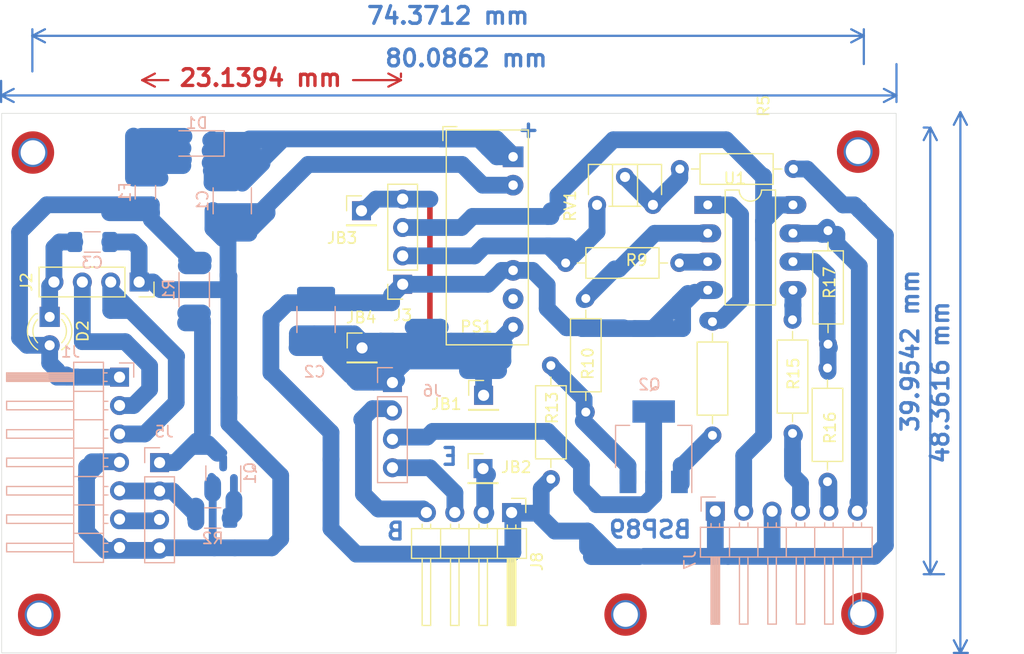
<source format=kicad_pcb>
(kicad_pcb (version 20240108) (generator "pcbnew") (generator_version "8.0")
  (layers (0 "F.Cu" signal) (31 "B.Cu" signal) (34 "B.Paste" user) (35 "F.Paste" user) (36 "B.SilkS" user "B.Silkscreen") (37 "F.SilkS" user "F.Silkscreen") (38 "B.Mask" user) (39 "F.Mask" user) (44 "Edge.Cuts" user))
  (net 0 "")
  (net 1 "GND1")
  (net 2 "+28V")
  (net 3 "Net-(D1-A)")
  (net 4 "+5V")
  (net 5 "GND")
  (net 6 "Net-(D2-K)")
  (net 7 "+5VP")
  (net 8 "Net-(J1-Pin_2)")
  (net 9 "Net-(J1-Pin_3)")
  (net 10 "Net-(J1-Pin_5)")
  (net 11 "Net-(J1-Pin_6)")
  (net 12 "Net-(J3-Pin_2)")
  (net 13 "Net-(R12-Pad1)")
  (net 14 "Net-(J5-Pin_1)")
  (net 15 "Net-(J6-Pin_2)")
  (net 16 "Net-(J6-Pin_3)")
  (net 17 "Net-(J6-Pin_4)")
  (net 18 "Net-(J7-Pin_4)")
  (net 19 "Net-(J7-Pin_5)")
  (net 20 "Net-(J7-Pin_6)")
  (net 22 "Net-(Q2-G)")
  (net 23 "Net-(Q2-S)")
  (net 24 "Net-(J8-Pin_2)")
  (net 25 "Net-(U1A-+)")
  (net 26 "Net-(U1A--)")
  (net 27 "Net-(U1B-+)")
  (net 28 "Net-(U1B--)")
  (net 29 "Net-(Q1-G)")
  (net 30 "Net-(D2-A)")
  (net 31 "Net-(R5-Pad1)")
  (footprint "Resistor_THT:R_Axial_DIN0207_L6.3mm_D2.5mm_P10.16mm_Horizontal" (layer "F.Cu") (at 100.4062 35.4838 -90)
    (property "Reference" "R15")
    (property "Value" "10k" (hide yes))
  )
  (footprint "Resistor_THT:R_Axial_DIN0207_L6.3mm_D2.5mm_P10.16mm_Horizontal" (layer "F.Cu") (at 103.5812 27.5082 -90)
    (property "Reference" "R17")
    (property "Value" "100k")
  )
  (footprint "Connector_PinSocket_2.54mm:PinSocket_1x04_P2.54mm_Vertical" (layer "F.Cu") (at 65.532 32.3088 180)
    (property "Reference" "J3")
    (property "Value" "I2C_MCP4725_Out")
  )
  (footprint "Package_DIP:DIP-8_W7.62mm_LongPads" (layer "F.Cu") (at 92.822 25.2068)
    (property "Reference" "U1")
    (property "Value" "MCP6002-xP")
  )
  (footprint "Resistor_THT:R_Axial_DIN0207_L6.3mm_D2.5mm_P10.16mm_Horizontal" (layer "F.Cu") (at 93.2434 35.6616 -90)
    (property "Reference" "R12" (hide yes))
    (property "Value" "1k" (hide yes))
  )
  (footprint "Resistor_THT:R_Axial_DIN0207_L6.3mm_D2.5mm_P10.16mm_Horizontal" (layer "F.Cu") (at 103.5304 39.8018 -90)
    (property "Reference" "R16")
    (property "Value" "12.1k")
  )
  (footprint "Resistor_THT:R_Axial_DIN0207_L6.3mm_D2.5mm_P10.16mm_Horizontal" (layer "F.Cu") (at 81.915 43.7388 90)
    (property "Reference" "R10")
    (property "Value" "10k")
  )
  (footprint "Converter_DCDC:Converter_DCDC_XP_POWER-IHxxxxSH_THT" (layer "F.Cu") (at 75.4126 20.9042)
    (property "Reference" "PS1")
    (property "Value" "RH-0515D/H")
  )
  (footprint "Resistor_THT:R_Axial_DIN0207_L6.3mm_D2.5mm_P10.16mm_Horizontal" (layer "F.Cu") (at 78.7908 39.5732 -90)
    (property "Reference" "R13")
    (property "Value" "250")
  )
  (footprint "Resistor_THT:R_Axial_DIN0207_L6.3mm_D2.5mm_P10.16mm_Horizontal" (layer "F.Cu") (at 90.2716 30.4038 180)
    (property "Reference" "R9")
    (property "Value" "10k")
  )
  (footprint "Connector_PinHeader_2.54mm:PinHeader_1x04_P2.54mm_Horizontal" (layer "F.Cu") (at 75.2756 52.7242 -90)
    (property "Reference" "J8")
    (property "Value" "Power - + B E")
  )
  (footprint "Connector_PinSocket_2.54mm:PinSocket_1x04_P2.54mm_Vertical" (layer "F.Cu") (at 41.9608 32.1056 -90)
    (property "Reference" "J2")
    (property "Value" "I2C_Isol_In")
  )
  (footprint "MountingHole:MountingHole_2.2mm_M2_DIN965_Pad_TopOnly" (layer "F.Cu") (at 33.02 61.8744)
    (property "Reference" "REF**" (hide yes))
    (property "Value" "2.2mm")
  )
  (footprint "MountingHole:MountingHole_2.2mm_M2_DIN965_Pad_TopOnly" (layer "F.Cu") (at 106.6546 61.7728)
    (property "Reference" "REF**" (hide yes))
    (property "Value" "2.2mm")
  )
  (footprint "MountingHole:MountingHole_2.2mm_M2_DIN965_Pad_TopOnly" (layer "F.Cu") (at 32.4612 20.5232)
    (property "Reference" "REF**" (hide yes))
    (property "Value" "2.2mm")
  )
  (footprint "MountingHole:MountingHole_2.2mm_M2_DIN965_Pad_TopOnly" (layer "F.Cu") (at 106.2736 20.447)
    (property "Reference" "REF**" (hide yes))
    (property "Value" "2.2mm")
  )
  (footprint "LED_THT:LED_D3.0mm" (layer "F.Cu") (at 33.9598 35.2248 -90)
    (property "Reference" "D2")
    (property "Value" "LED_Small")
  )
  (footprint "Connector_PinHeader_2.54mm:PinHeader_1x01_P2.54mm_Vertical" (layer "F.Cu") (at 61.849 25.7302)
    (property "Reference" "JB3")
    (property "Value" "Br3")
  )
  (footprint "MountingHole:MountingHole_2.2mm_M2_DIN965_Pad_TopOnly" (layer "F.Cu") (at 85.471 61.849)
    (property "Reference" "REF**" (hide yes))
    (property "Value" "2.2mm")
  )
  (footprint "Resistor_THT:R_Axial_DIN0207_L6.3mm_D2.5mm_P10.16mm_Horizontal" (layer "F.Cu") (at 90.3224 21.9964)
    (property "Reference" "R5")
    (property "Value" "3k")
  )
  (footprint "Connector_PinHeader_2.54mm:PinHeader_1x01_P2.54mm_Vertical" (layer "F.Cu") (at 72.771 42.2402)
    (property "Reference" "JB1")
    (property "Value" "Br1")
  )
  (footprint "Potentiometer_THT:Potentiometer_ACP_CA6-H2,5_Horizontal" (layer "F.Cu") (at 82.9202 25.2076 90)
    (property "Reference" "RV1")
    (property "Value" "500")
  )
  (footprint "Connector_PinHeader_2.54mm:PinHeader_1x01_P2.54mm_Vertical" (layer "F.Cu") (at 72.7202 48.7934)
    (property "Reference" "JB2")
    (property "Value" "Br2")
  )
  (footprint "Connector_PinHeader_2.54mm:PinHeader_1x01_P2.54mm_Vertical" (layer "F.Cu") (at 61.8998 37.9984)
    (property "Reference" "JB4")
    (property "Value" "Br4")
  )
  (footprint "Fuse:Fuse_1206_3216Metric_Pad1.42x1.75mm_HandSolder" (layer "B.Cu") (at 42.5196 24.0792 -90)
    (property "Reference" "F1")
    (property "Value" "Fuse 0.3A")
  )
  (footprint "Connector_PinHeader_2.54mm:PinHeader_1x07_P2.54mm_Horizontal" (layer "B.Cu") (at 40.2082 40.6146 180)
    (property "Reference" "J1")
    (property "Value" "5V_I2C_Gnd_EB_VG_Gnd")
  )
  (footprint "Connector_PinSocket_2.54mm:PinSocket_1x04_P2.54mm_Vertical" (layer "B.Cu") (at 64.6176 41.0972 180)
    (property "Reference" "J6")
    (property "Value" "Opto_Rel_Out")
  )
  (footprint "Package_TO_SOT_SMD:SOT-223-3_TabPin2" (layer "B.Cu") (at 87.9856 46.838 90)
    (property "Reference" "Q2")
    (property "Value" "BSP89")
  )
  (footprint "Capacitor_SMD:C_1812_4532Metric_Pad1.57x3.40mm_HandSolder" (layer "B.Cu") (at 50.292 24.8412 -90)
    (property "Reference" "C1")
    (property "Value" "10uF 10V")
  )
  (footprint "Connector_PinSocket_2.54mm:PinSocket_1x04_P2.54mm_Vertical" (layer "B.Cu") (at 43.7896 48.26 180)
    (property "Reference" "J5")
    (property "Value" "OptoRel_In")
  )
  (footprint "Capacitor_SMD:C_1812_4532Metric_Pad1.57x3.40mm_HandSolder" (layer "B.Cu") (at 57.785 35.4584 90)
    (property "Reference" "C2")
    (property "Value" "2,2 µF 35V")
  )
  (footprint "Resistor_SMD:R_2010_5025Metric_Pad1.40x2.65mm_HandSolder" (layer "B.Cu") (at 46.8884 32.7914 -90)
    (property "Reference" "R1")
    (property "Value" "1k")
  )
  (footprint "Capacitor_SMD:C_1206_3216Metric_Pad1.33x1.80mm_HandSolder" (layer "B.Cu") (at 37.7698 28.5242)
    (property "Reference" "C3")
    (property "Value" "2.2uF 10V")
  )
  (footprint "Resistor_SMD:R_1206_3216Metric_Pad1.30x1.75mm_HandSolder" (layer "B.Cu") (at 48.5394 53.213)
    (property "Reference" "R2")
    (property "Value" "10k")
  )
  (footprint "Diode_SMD:D_1206_3216Metric_Pad1.42x1.75mm_HandSolder" (layer "B.Cu") (at 47.117 19.7104 180)
    (property "Reference" "D1")
    (property "Value" "Schottky")
  )
  (footprint "Package_TO_SOT_SMD:SOT-23" (layer "B.Cu") (at 49.4894 49.2021 90)
    (property "Reference" "Q1")
    (property "Value" "BSS123")
  )
  (footprint "Connector_PinHeader_2.54mm:PinHeader_1x06_P2.54mm_Horizontal" (layer "B.Cu") (at 93.4974 52.6034 -90)
    (property "Reference" "J7")
    (property "Value" "OP-2-+-In+In-Out")
  )
  (gr_rect (start 29.6672 17.018) (end 109.6772 65.278) (stroke (width 0.05)) (fill none) (layer "Edge.Cuts"))
  (gr_text "BSP89" (at 91.5162 55.118 0) (layer "B.Cu") (effects (font (size 1.5 1.5) (thickness 0.3) (bold yes)) (justify left bottom mirror)))
  (gr_text "B" (at 64.897 54.4068 0) (layer "B.Cu") (effects (font (size 1.5 1.5) (thickness 0.3)) (justify mirror)))
  (gr_text "E" (at 69.723 47.7266 0) (layer "B.Cu") (effects (font (size 1.5 1.5) (thickness 0.3)) (justify mirror)))
  (gr_text "+" (at 76.7842 18.4404 0) (layer "B.Cu") (effects (font (size 1.5 1.5) (thickness 0.3)) (justify mirror)))
  (dimension (type orthogonal) (layer "F.Cu") (pts (xy 42.2402 14.0462) (xy 65.3796 14.2748)) (height 0) (orientation 0) (gr_text "23,1394 mm" (at 52.832 13.843 0) (layer "F.Cu") (effects (font (size 1.5 1.5) (thickness 0.3)))) (format (prefix "") (suffix "") (units 3) (units_format 1) (precision 4)) (style (thickness 0.2) (arrow_length 1.27) (text_position_mode 2) (extension_height 0.58642) (extension_offset 0.5) keep_text_aligned))
  (dimension (type orthogonal) (layer "B.Cu") (pts (xy 29.6164 13.6144) (xy 109.7026 12.1158)) (height 1.8034) (orientation 0) (gr_text "80,0862 mm" (at 71.2216 12.0904 0) (layer "B.Cu") (effects (font (size 1.5 1.5) (thickness 0.3)))) (format (prefix "") (suffix "") (units 3) (units_format 1) (precision 4)) (style (thickness 0.2) (arrow_length 1.27) (text_position_mode 2) (extension_height 0.58642) (extension_offset 0.5) keep_text_aligned))
  (dimension (type orthogonal) (layer "B.Cu") (pts (xy 115.4176 16.9164) (xy 116.586 65.278)) (height 0) (orientation 1) (gr_text "48,3616 mm" (at 113.6176 41.0972 90) (layer "B.Cu") (effects (font (size 1.5 1.5) (thickness 0.3)))) (format (prefix "") (suffix "") (units 3) (units_format 1) (precision 4)) (style (thickness 0.2) (arrow_length 1.27) (text_position_mode 0) (extension_height 0.58642) (extension_offset 0.5) keep_text_aligned))
  (dimension (type orthogonal) (layer "B.Cu") (pts (xy 113.03 18.288) (xy 114.4524 58.2422)) (height -0.3048) (orientation 1) (gr_text "39,9542 mm" (at 110.9252 38.2651 90) (layer "B.Cu") (effects (font (size 1.5 1.5) (thickness 0.3)))) (format (prefix "") (suffix "") (units 3) (units_format 1) (precision 4)) (style (thickness 0.2) (arrow_length 1.27) (text_position_mode 0) (extension_height 0.58642) (extension_offset 0.5) keep_text_aligned))
  (dimension (type orthogonal) (layer "B.Cu") (pts (xy 32.4104 13.7668) (xy 106.7816 13.1064)) (height -3.683) (orientation 0) (gr_text "74,3712 mm" (at 69.596 8.2838 0) (layer "B.Cu") (effects (font (size 1.5 1.5) (thickness 0.3)))) (format (prefix "") (suffix "") (units 3) (units_format 1) (precision 4)) (style (thickness 0.2) (arrow_length 1.27) (text_position_mode 0) (extension_height 0.58642) (extension_offset 0.5) keep_text_aligned))
  (segment (start 75.1078 56.2864) (end 74.949781 56.444419) (width 1.5) (layer "B.Cu") (net 1))
  (segment (start 98.1456 56.642) (end 94.6404 56.642) (width 1.5) (layer "B.Cu") (net 1))
  (segment (start 55.245 33.9598) (end 64.5414 33.9598) (width 1.5) (layer "B.Cu") (net 1))
  (segment (start 64.5414 33.2994) (end 65.532 32.3088) (width 1.5) (layer "B.Cu") (net 1))
  (segment (start 78.4606 32.385) (end 78.4606 34.4678) (width 1.5) (layer "B.Cu") (net 1))
  (segment (start 53.7464 35.9156) (end 53.7464 35.4584) (width 1.5) (layer "B.Cu") (net 1))
  (segment (start 74.3966 31.0642) (end 75.4126 31.0642) (width 1.5) (layer "B.Cu") (net 1))
  (segment (start 84.0994 56.4134) (end 82.0674 54.3814) (width 1.5) (layer "B.Cu") (net 1))
  (segment (start 101.7016 21.9964) (end 100.4824 21.9964) (width 1.5) (layer "B.Cu") (net 1))
  (segment (start 75.2602 52.7812) (end 77.8002 52.7812) (width 1.5) (layer "B.Cu") (net 1))
  (segment (start 59.121251 45.557651) (end 59.121251 47.996051) (width 1.5) (layer "B.Cu") (net 1))
  (segment (start 81.5086 36.195) (end 85.2932 36.195) (width 1.5) (layer "B.Cu") (net 1))
  (segment (start 82.0674 54.3814) (end 79.1464 54.3814) (width 1.5) (layer "B.Cu") (net 1))
  (segment (start 90.5746 34.2882) (end 90.5746 36.2712) (width 1.5) (layer "B.Cu") (net 1))
  (segment (start 108.712 27.94) (end 108.6739 27.94) (width 1.5) (layer "B.Cu") (net 1))
  (segment (start 93.4974 52.6034) (end 93.4974 56.4642) (width 1.5) (layer "B.Cu") (net 1))
  (segment (start 53.7464 35.4584) (end 55.245 33.9598) (width 1.5) (layer "B.Cu") (net 1))
  (segment (start 108.712 55.6514) (end 108.712 27.94) (width 1.5) (layer "B.Cu") (net 1))
  (segment (start 75.3872 56.2864) (end 75.229181 56.444419) (width 1.5) (layer "B.Cu") (net 1))
  (segment (start 87.122 56.642) (end 93.3196 56.642) (width 1.5) (layer "B.Cu") (net 1))
  (segment (start 86.2838 36.2712) (end 81.5848 36.2712) (width 1.5) (layer "B.Cu") (net 1))
  (segment (start 77.9272 53.1622) (end 77.9272 50.5968) (width 1.5) (layer "B.Cu") (net 1))
  (segment (start 77.1398 31.0642) (end 78.4606 32.385) (width 1.5) (layer "B.Cu") (net 1))
  (segment (start 104.9147 25.2095) (end 101.7016 21.9964) (width 1.5) (layer "B.Cu") (net 1))
  (segment (start 93.4466 32.8676) (end 92.437636 32.8676) (width 1.5) (layer "B.Cu") (net 1))
  (segment (start 75.4126 31.0642) (end 77.1398 31.0642) (width 1.5) (layer "B.Cu") (net 1))
  (segment (start 75.3872 52.6288) (end 75.3872 56.2864) (width 1.5) (layer "B.Cu") (net 1))
  (segment (start 75.229181 56.444419) (end 61.3918 56.444419) (width 1.5) (layer "B.Cu") (net 1))
  (segment (start 53.7464 35.9156) (end 53.7464 40.2336) (width 1.5) (layer "B.Cu") (net 1))
  (segment (start 106.4133 25.6413) (end 106.3752 25.6413) (width 1.5) (layer "B.Cu") (net 1))
  (segment (start 84.0994 56.6674) (end 82.4103 56.6674) (width 1.5) (layer "B.Cu") (net 1))
  (segment (start 106.3752 25.6413) (end 105.9434 25.2095) (width 1.5) (layer "B.Cu") (net 1))
  (segment (start 59.121251 54.17387) (end 59.121251 47.996051) (width 1.5) (layer "B.Cu") (net 1))
  (segment (start 53.7845 40.2209) (end 59.121251 45.557651) (width 1.5) (layer "B.Cu") (net 1))
  (segment (start 98.5774 52.6034) (end 98.5774 56.2102) (width 1.5) (layer "B.Cu") (net 1))
  (segment (start 84.0994 56.6674) (end 84.0994 56.4134) (width 1.5) (layer "B.Cu") (net 1))
  (segment (start 73.152 32.3088) (end 74.3966 31.0642) (width 1.5) (layer "B.Cu") (net 1))
  (segment (start 98.1456 56.642) (end 107.7214 56.642) (width 1.5) (layer "B.Cu") (net 1))
  (segment (start 78.4606 34.4678) (end 80.1878 36.195) (width 1.5) (layer "B.Cu") (net 1))
  (segment (start 90.5746 36.2712) (end 86.2838 36.2712) (width 1.5) (layer "B.Cu") (net 1))
  (segment (start 81.5848 36.2712) (end 81.5086 36.195) (width 1.5) (layer "B.Cu") (net 1))
  (segment (start 65.532 32.3088) (end 73.152 32.3088) (width 1.5) (layer "B.Cu") (net 1))
  (segment (start 79.1464 54.3814) (end 77.9272 53.1622) (width 1.5) (layer "B.Cu") (net 1))
  (segment (start 93.4974 56.4642) (end 93.3196 56.642) (width 1.5) (layer "B.Cu") (net 1))
  (segment (start 107.7214 56.642) (end 108.712 55.6514) (width 1.5) (layer "B.Cu") (net 1))
  (segment (start 91.6686 33.02) (end 90.903982 33.784618) (width 1.5) (layer "B.Cu") (net 1))
  (segment (start 87.913636 36.2712) (end 91.048418 33.136418) (width 1.5) (layer "B.Cu") (net 1))
  (segment (start 77.9272 50.5968) (end 78.528518 49.995482) (width 1.5) (layer "B.Cu") (net 1))
  (segment (start 108.6739 27.94) (end 106.4133 25.6794) (width 1.5) (layer "B.Cu") (net 1))
  (segment (start 91.048418 33.136418) (end 90.235618 33.949218) (width 1.5) (layer "B.Cu") (net 1))
  (segment (start 53.7464 35.306) (end 53.7464 35.9156) (width 1.5) (layer "B.Cu") (net 1))
  (segment (start 64.5414 33.9598) (end 64.5414 33.2994) (width 1.5) (layer "B.Cu") (net 1))
  (segment (start 86.7029 56.6674) (end 84.0994 56.6674) (width 1.5) (layer "B.Cu") (net 1))
  (segment (start 90.235618 33.949218) (end 90.5746 34.2882) (width 1.5) (layer "B.Cu") (net 1))
  (segment (start 75.3872 56.2864) (end 75.1078 56.2864) (width 1.5) (layer "B.Cu") (net 1))
  (segment (start 105.9434 25.2095) (end 104.9147 25.2095) (width 1.5) (layer "B.Cu") (net 1))
  (segment (start 82.0674 54.3814) (end 82.0674 55.88) (width 1.5) (layer "B.Cu") (net 1))
  (segment (start 98.5774 56.2102) (end 98.1456 56.642) (width 1.5) (layer "B.Cu") (net 1))
  (segment (start 94.6658 56.6166) (end 94.6404 56.642) (width 1.5) (layer "B.Cu") (net 1))
  (segment (start 94.6404 56.642) (end 93.3196 56.642) (width 1.5) (layer "B.Cu") (net 1))
  (segment (start 106.4133 25.6794) (end 106.4133 25.6413) (width 1.5) (layer "B.Cu") (net 1))
  (segment (start 80.1878 36.195) (end 81.5086 36.195) (width 1.5) (layer "B.Cu") (net 1))
  (segment (start 86.2838 36.2712) (end 87.913636 36.2712) (width 1.5) (layer "B.Cu") (net 1))
  (segment (start 61.3918 56.444419) (end 59.121251 54.17387) (width 1.5) (layer "B.Cu") (net 1))
  (segment (start 61.9252 37.9476) (end 62.0014 38.0238) (width 0.5) (layer "F.Cu") (net 2))
  (segment (start 67.9704 24.5491) (end 67.9704 37.6809) (width 0.5) (layer "F.Cu") (net 2))
  (segment (start 57.6326 36.7363) (end 56.1086 36.7363) (width 1.5) (layer "B.Cu") (net 2))
  (segment (start 64.5886 40.4483) (end 63.9726 41.0643) (width 1.5) (layer "B.Cu") (net 2))
  (segment (start 72.771 39.5986) (end 74.4982 37.8714) (width 1.5) (layer "B.Cu") (net 2))
  (segment (start 61.1886 36.7363) (end 61.6966 37.2443) (width 1.5) (layer "B.Cu") (net 2))
  (segment (start 61.1886 41.3083) (end 60.9346 41.0543) (width 0.25) (layer "B.Cu") (net 2))
  (segment (start 65.5066 39.5303) (end 66.1416 38.8953) (width 1.5) (layer "B.Cu") (net 2))
  (segment (start 66.7766 38.2603) (end 69.8246 38.2603) (width 1.5) (layer "B.Cu") (net 2))
  (segment (start 68.8927 36.1442) (end 66.4718 36.1442) (width 1.5) (layer "B.Cu") (net 2))
  (segment (start 64.6466 37.4003) (end 66.1416 38.8953) (width 1.5) (layer "B.Cu") (net 2))
  (segment (start 64.5886 40.4483) (end 65.5066 39.5303) (width 1.5) (layer "B.Cu") (net 2))
  (segment (start 63.7286 38.7683) (end 62.9666 38.0063) (width 1.5) (layer "B.Cu") (net 2))
  (segment (start 70.3856 38.8953) (end 67.4116 38.8953) (width 1.5) (layer "B.Cu") (net 2))
  (segment (start 63.5726 37.4003) (end 62.9666 38.0063) (width 1.5) (layer "B.Cu") (net 2))
  (segment (start 65.532 24.6888) (end 67.9704 24.6888) (width 1.5) (layer "B.Cu") (net 2))
  (segment (start 71.3232 40.0304) (end 74.1172 40.0304) (width 1.5) (layer "B.Cu") (net 2))
  (segment (start 60.9346 38.0063) (end 60.9346 39.0573) (width 1.5) (layer "B.Cu") (net 2))
  (segment (start 60.9346 39.0573) (end 62.9416 41.0643) (width 1.5) (layer "B.Cu") (net 2))
  (segment (start 60.9346 41.0543) (end 60.9346 36.7363) (width 0.25) (layer "B.Cu") (net 2))
  (segment (start 74.4982 37.8714) (end 74.4982 39.1668) (width 1.5) (layer "B.Cu") (net 2))
  (segment (start 64.5886 40.1363) (end 64.5886 40.4483) (width 1.5) (layer "B.Cu") (net 2))
  (segment (start 61.849 25.7302) (end 62.0268 25.5524) (width 1.5) (layer "B.Cu") (net 2))
  (segment (start 62.9666 38.0063) (end 62.7126 38.2603) (width 1.5) (layer "B.Cu") (net 2))
  (segment (start 61.6966 37.2443) (end 62.7126 38.2603) (width 1.5) (layer "B.Cu") (net 2))
  (segment (start 74.6238 37.6718) (end 57.8863 37.6718) (width 1.5) (layer "B.Cu") (net 2))
  (segment (start 69.85 37.4003) (end 63.5726 37.4003) (width 1.5) (layer "B.Cu") (net 2))
  (segment (start 65.5066 39.5303) (end 64.7446 38.7683) (width 1.5) (layer "B.Cu") (net 2))
  (segment (start 65.5581 39.1668) (end 64.5886 40.1363) (width 1.5) (layer "B.Cu") (net 2))
  (segment (start 64.7446 38.7683) (end 63.7286 38.7683) (width 1.5) (layer "B.Cu") (net 2))
  (segment (start 62.7126 38.2603) (end 64.5886 40.1363) (width 1.5) (layer "B.Cu") (net 2))
  (segment (start 63.5726 37.4003) (end 64.6466 37.4003) (width 1.5) (layer "B.Cu") (net 2))
  (segment (start 71.8806 37.4003) (end 69.85 37.4003) (width 1.5) (layer "B.Cu") (net 2))
  (segment (start 66.1416 38.8953) (end 66.7766 38.2603) (width 1.5) (layer "B.Cu") (net 2))
  (segment (start 60.9346 39.0573) (end 60.3916 39.0573) (width 1.5) (layer "B.Cu") (net 2))
  (segment (start 74.4982 39.1668) (end 65.5581 39.1668) (width 1.5) (layer "B.Cu") (net 2))
  (segment (start 60.9346 36.7363) (end 60.9346 38.0063) (width 1.5) (layer "B.Cu") (net 2))
  (segment (start 64.9986 40.8583) (end 64.5886 40.4483) (width 1.5) (layer "B.Cu") (net 2))
  (segment (start 57.8863 37.6718) (end 57.785 37.5705) (width 1.5) (layer "B.Cu") (net 2))
  (segment (start 72.771 42.2402) (end 72.771 39.5986) (width 1.5) (layer "B.Cu") (net 2))
  (segment (start 56.0832 37.973) (end 59.9032 37.973) (width 1.5) (layer "B.Cu") (net 2))
  (segment (start 62.2808 25.5524) (end 63.1444 24.6888) (width 1.5) (layer "B.Cu") (net 2))
  (segment (start 61.8526 37.4003) (end 61.6966 37.2443) (width 1.5) (layer "B.Cu") (net 2))
  (segment (start 68.8927 36.1442) (end 66.7766 38.2603) (width 1.5) (layer "B.Cu") (net 2))
  (segment (start 63.1444 24.6888) (end 65.532 24.6888) (width 1.5) (layer "B.Cu") (net 2))
  (segment (start 56.1086 37.699) (end 56.1086 36.957) (width 1.5) (layer "B.Cu") (net 2))
  (segment (start 60.8457 40.4495) (end 59.0931 38.6969) (width 1.5) (layer "B.Cu") (net 2))
  (segment (start 61.1886 38.2803) (end 61.1886 36.7363) (width 1.5) (layer "B.Cu") (net 2))
  (segment (start 67.4116 38.8953) (end 66.1416 38.8953) (width 1.5) (layer "B.Cu") (net 2))
  (segment (start 62.9416 41.0643) (end 61.4526 41.0643) (width 1.5) (layer "B.Cu") (net 2))
  (segment (start 71.8806 37.4003) (end 70.3856 38.8953) (width 1.5) (layer "B.Cu") (net 2))
  (segment (start 60.9346 36.7363) (end 59.4106 36.7363) (width 1.5) (layer "B.Cu") (net 2))
  (segment (start 68.6816 38.8953) (end 70.3856 38.8953) (width 1.5) (layer "B.Cu") (net 2))
  (segment (start 61.1786 40.7903) (end 61.4526 41.0643) (width 1.5) (layer "B.Cu") (net 2))
  (segment (start 63.5726 37.4003) (end 61.8526 37.4003) (width 1.5) (layer "B.Cu") (net 2))
  (segment (start 63.9726 41.0643) (end 61.1886 38.2803) (width 1.5) (layer "B.Cu") (net 2))
  (segment (start 59.4106 36.7363) (end 57.6326 36.7363) (width 1.5) (layer "B.Cu") (net 2))
  (segment (start 74.1565 37.4003) (end 69.85 37.4003) (width 1.5) (layer "B.Cu") (net 2))
  (segment (start 60.9346 38.0063) (end 60.9346 39.7843) (width 1.5) (layer "B.Cu") (net 2))
  (segment (start 72.009 37.8714) (end 74.4982 37.8714) (width 1.5) (layer "B.Cu") (net 2))
  (segment (start 62.0268 25.5524) (end 62.2808 25.5524) (width 1.5) (layer "B.Cu") (net 2))
  (segment (start 62.9416 41.0643) (end 63.9726 41.0643) (width 1.5) (layer "B.Cu") (net 2))
  (segment (start 75.4126 36.1442) (end 74.1565 37.4003) (width 1.5) (layer "B.Cu") (net 2))
  (segment (start 41.8211 22.8092) (end 43.8277 22.8092) (width 1.5) (layer "B.Cu") (net 3))
  (segment (start 42.3672 21.1582) (end 45.9232 21.1582) (width 1.5) (layer "B.Cu") (net 3))
  (segment (start 41.4528 19.05) (end 41.4528 22.8092) (width 1.5) (layer "B.Cu") (net 3))
  (segment (start 42.0735 19.3151) (end 42.037 19.2786) (width 1.5) (layer "B.Cu") (net 3))
  (segment (start 42.0735 20.2946) (end 42.0735 19.3151) (width 1.5) (layer "B.Cu") (net 3))
  (segment (start 45.974 19.0754) (end 42.164 19.0754) (width 1.5) (layer "B.Cu") (net 3))
  (segment (start 45.8724 21.6916) (end 42.0624 21.6916) (width 1.5) (layer "B.Cu") (net 3))
  (segment (start 42.2545 20.1422) (end 45.8835 20.1422) (width 1.5) (layer "B.Cu") (net 3))
  (segment (start 48.3616 19.431) (end 53.6956 19.431) (width 1.5) (layer "B.Cu") (net 4))
  (segment (start 54.7624 19.3802) (end 52.2224 21.9202) (width 1.5) (layer "B.Cu") (net 4))
  (segment (start 73.921 19.304) (end 68.9356 19.304) (width 1.5) (layer "B.Cu") (net 4))
  (segment (start 73.9394 20.9042) (end 73.1774 20.1422) (width 1.5) (layer "B.Cu") (net 4))
  (segment (start 72.3392 19.304) (end 73.1774 20.1422) (width 1.5) (layer "B.Cu") (net 4))
  (segment (start 52.1208 20.3708) (end 48.3108 20.3708) (width 1.5) (layer "B.Cu") (net 4))
  (segment (start 74.4982 20.1422) (end 74.580019 20.224019) (width 1.5) (layer "B.Cu") (net 4))
  (segment (start 48.4759 23.241) (end 50.4825 23.241) (width 1.5) (layer "B.Cu") (net 4))
  (segment (start 50.4444 22.8092) (end 50.4444 22.3012) (width 1.5) (layer "B.Cu") (net 4))
  (segment (start 75.1586 20.5416) (end 73.921 19.304) (width 1.5) (layer "B.Cu") (net 4))
  (segment (start 51.816 19.304) (end 72.3392 19.304) (width 1.5) (layer "B.Cu") (net 4))
  (segment (start 48.6664 20.193) (end 50.1904 20.193) (width 1.5) (layer "B.Cu") (net 4))
  (segment (start 52.2224 22.1488) (end 48.4124 22.1488) (width 1.5) (layer "B.Cu") (net 4))
  (segment (start 75.4126 20.9042) (end 73.9394 20.9042) (width 1.5) (layer "B.Cu") (net 4))
  (segment (start 52.1208 21.4376) (end 48.3108 21.4376) (width 1.5) (layer "B.Cu") (net 4))
  (segment (start 51.181 23.2664) (end 52.959 21.4884) (width 1.5) (layer "B.Cu") (net 4))
  (segment (start 50.4444 22.8092) (end 52.0954 21.1582) (width 1.5) (layer "B.Cu") (net 4))
  (segment (start 73.1774 20.1422) (end 74.4982 20.1422) (width 1.5) (layer "B.Cu") (net 4))
  (segment (start 48.4886 19.3548) (end 48.4886 23.114) (width 1.5) (layer "B.Cu") (net 4))
  (segment (start 37.2618 54.4449) (end 37.2618 49.7332) (width 1.5) (layer "B.Cu") (net 5))
  (segment (start 41.3766 28.5242) (end 41.9608 29.1084) (width 1.5) (layer "B.Cu") (net 5))
  (segment (start 39.3323 28.5242) (end 41.3766 28.5242) (width 1.5) (layer "B.Cu") (net 5))
  (segment (start 49.2887 32.7914) (end 43.8912 32.7914) (width 1.5) (layer "B.Cu") (net 5))
  (segment (start 49.9872 42.4434) (end 49.9872 31.5722) (width 1.5) (layer "B.Cu") (net 5))
  (segment (start 49.9872 42.4434) (end 49.9872 43.7896) (width 1.5) (layer "B.Cu") (net 5))
  (segment (start 40.2463 48.1838) (end 38.5064 48.1838) (width 1.5) (layer "B.Cu") (net 5))
  (segment (start 41.9608 29.1084) (end 41.9608 32.1056) (width 1.5) (layer "B.Cu") (net 5))
  (segment (start 48.5648 25.7048) (end 48.5648 27.3304) (width 1.5) (layer "B.Cu") (net 5))
  (segment (start 53.2511 25.8064) (end 48.7172 25.8064) (width 1.5) (layer "B.Cu") (net 5))
  (segment (start 53.8226 55.88) (end 54.6227 55.0799) (width 1.5) (layer "B.Cu") (net 5))
  (segment (start 52.1081 27.2288) (end 53.3908 25.9461) (width 1.5) (layer "B.Cu") (net 5))
  (segment (start 48.5394 51.0286) (end 48.5394 50.1396) (width 1.5) (layer "B.Cu") (net 5))
  (segment (start 48.5394 50.1396) (end 48.5394 49.6316) (width 0.7) (layer "B.Cu") (net 5))
  (segment (start 49.9872 42.4434) (end 49.9872 44.7802) (width 1.5) (layer "B.Cu") (net 5))
  (segment (start 57.0738 21.59) (end 70.8406 21.59) (width 1.5) (layer "B.Cu") (net 5))
  (segment (start 72.6948 23.4442) (end 75.4126 23.4442) (width 1.5) (layer "B.Cu") (net 5))
  (segment (start 55.372 23.2918) (end 57.0738 21.59) (width 1.5) (layer "B.Cu") (net 5))
  (segment (start 48.6918 55.88) (end 50.5206 55.88) (width 1.5) (layer "B.Cu") (net 5))
  (segment (start 49.4538 28.2194) (end 48.5648 27.3304) (width 1.5) (layer "B.Cu") (net 5))
  (segment (start 37.2618 48.6283) (end 37.2618 49.7332) (width 1.5) (layer "B.Cu") (net 5))
  (segment (start 43.7896 55.88) (end 48.6918 55.88) (width 1.5) (layer "B.Cu") (net 5))
  (segment (start 43.8308 56.1086) (end 38.9255 56.1086) (width 1.5) (layer "B.Cu") (net 5))
  (segment (start 49.9872 31.5722) (end 49.911 31.496) (width 1.5) (layer "B.Cu") (net 5))
  (segment (start 49.911 31.496) (end 49.911 28.1305) (width 1.5) (layer "B.Cu") (net 5))
  (segment (start 54.6227 55.0799) (end 54.6227 49.4157) (width 1.5) (layer "B.Cu") (net 5))
  (segment (start 43.2054 32.1056) (end 41.9608 32.1056) (width 1.5) (layer "B.Cu") (net 5))
  (segment (start 38.5064 48.1838) (end 37.7317 48.1838) (width 1.5) (layer "B.Cu") (net 5))
  (segment (start 37.2618 49.7332) (end 37.2618 49.4284) (width 1.5) (layer "B.Cu") (net 5))
  (segment (start 55.372 23.2918) (end 51.6851 26.9787) (width 1.5) (layer "B.Cu") (net 5))
  (segment (start 54.6227 49.4157) (end 50.6603 45.4533) (width 1.5) (layer "B.Cu") (net 5))
  (segment (start 43.8912 32.7914) (end 43.2054 32.1056) (width 1.5) (layer "B.Cu") (net 5))
  (segment (start 53.3908 25.9461) (end 53.3908 25.273) (width 1.5) (layer "B.Cu") (net 5))
  (segment (start 38.9255 56.1086) (end 37.2618 54.4449) (width 1.5) (layer "B.Cu") (net 5))
  (segment (start 53.3908 25.9461) (end 53.2511 25.8064) (width 1.5) (layer "B.Cu") (net 5))
  (segment (start 51.7906 27.7368) (end 49.0855 27.7368) (width 1.5) (layer "B.Cu") (net 5))
  (segment (start 53.3908 25.273) (end 55.372 23.2918) (width 1.5) (layer "B.Cu") (net 5))
  (segment (start 49.911 32.9819) (end 49.911 31.496) (width 1.5) (layer "B.Cu") (net 5))
  (segment (start 37.2618 49.4284) (end 38.5064 48.1838) (width 1.5) (layer "B.Cu") (net 5))
  (segment (start 48.5394 51.0286) (end 48.5394 55.7276) (width 0.7) (layer "B.Cu") (net 5))
  (segment (start 51.1263 27.2034) (end 48.8696 27.2034) (width 1.5) (layer "B.Cu") (net 5))
  (segment (start 48.5394 55.7276) (end 48.6918 55.88) (width 0.7) (layer "B.Cu") (net 5))
  (segment (start 70.8406 21.59) (end 72.6948 23.4442) (width 1.5) (layer "B.Cu") (net 5))
  (segment (start 50.5206 55.88) (end 53.8226 55.88) (width 1.5) (layer "B.Cu") (net 5))
  (segment (start 50.5206 27.2288) (end 52.1081 27.2288) (width 1.5) (layer "B.Cu") (net 5))
  (segment (start 48.5394 49.6316) (end 48.4378 49.53) (width 0.7) (layer "B.Cu") (net 5))
  (segment (start 49.9872 44.7802) (end 50.6603 45.4533) (width 1.5) (layer "B.Cu") (net 5))
  (segment (start 34.3408 29.0322) (end 34.8488 28.5242) (width 1.5) (layer "B.Cu") (net 6))
  (segment (start 34.8488 28.5242) (end 36.2073 28.5242) (width 1.5) (layer "B.Cu") (net 6))
  (segment (start 34.3408 32.1056) (end 34.3408 29.0322) (width 1.5) (layer "B.Cu") (net 6))
  (segment (start 33.9598 32.4866) (end 34.3408 32.1056) (width 1.5) (layer "B.Cu") (net 6))
  (segment (start 33.9598 35.2248) (end 33.9598 32.4866) (width 1.5) (layer "B.Cu") (net 6))
  (segment (start 97.8154 22.6314) (end 97.7138 22.6314) (width 1.5) (layer "B.Cu") (net 7))
  (segment (start 70.7898 27.2288) (end 71.7804 26.2382) (width 1.5) (layer "B.Cu") (net 7))
  (segment (start 97.8408 26.6192) (end 97.8154 26.6446) (width 1.5) (layer "B.Cu") (net 7))
  (segment (start 100.442 25.2068) (end 99.2532 25.2068) (width 1.5) (layer "B.Cu") (net 7))
  (segment (start 79.4258 25.3238) (end 78.5114 26.2382) (width 1.5) (layer "B.Cu") (net 7))
  (segment (start 100.442 25.2068) (end 98.1556 25.2068) (width 1.5) (layer "B.Cu") (net 7))
  (segment (start 96.0374 52.6034) (end 96.0374 47.6504) (width 1.5) (layer "B.Cu") (net 7))
  (segment (start 97.8408 24.892) (end 97.8408 24.8666) (width 1.5) (layer "B.Cu") (net 7))
  (segment (start 97.8154 28.2956) (end 97.8154 22.6314) (width 1.5) (layer "B.Cu") (net 7))
  (segment (start 84.3788 19.3802) (end 79.4258 24.3332) (width 1.5) (layer "B.Cu") (net 7))
  (segment (start 97.7138 22.6314) (end 94.4626 19.3802) (width 1.5) (layer "B.Cu") (net 7))
  (segment (start 96.0374 47.6504) (end 97.1296 46.5582) (width 1.5) (layer "B.Cu") (net 7))
  (segment (start 78.7908 26.2382) (end 78.7908 25.7302) (width 1.5) (layer "B.Cu") (net 7))
  (segment (start 71.7804 26.2382) (end 78.5114 26.2382) (width 1.5) (layer "B.Cu") (net 7))
  (segment (start 97.1296 46.5582) (end 97.8154 45.8724) (width 1.5) (layer "B.Cu") (net 7))
  (segment (start 98.1556 25.2068) (end 97.8408 24.892) (width 1.5) (layer "B.Cu") (net 7))
  (segment (start 97.8154 28.2956) (end 97.8154 26.6446) (width 1.5) (layer "B.Cu") (net 7))
  (segment (start 97.8154 45.8724) (end 97.8154 28.2956) (width 1.5) (layer "B.Cu") (net 7))
  (segment (start 65.532 27.2288) (end 70.7898 27.2288) (width 1.5) (layer "B.Cu") (net 7))
  (segment (start 78.5114 26.2382) (end 78.7908 26.2382) (width 1.5) (layer "B.Cu") (net 7))
  (segment (start 79.4258 24.3332) (end 79.4258 25.3238) (width 1.5) (layer "B.Cu") (net 7))
  (segment (start 97.8408 24.892) (end 97.8408 26.6192) (width 1.5) (layer "B.Cu") (net 7))
  (segment (start 94.4626 19.3802) (end 84.3788 19.3802) (width 1.5) (layer "B.Cu") (net 7))
  (segment (start 99.2532 25.2068) (end 97.8154 26.6446) (width 1.5) (layer "B.Cu") (net 7))
  (segment (start 41.4528 43.1546) (end 42.9006 41.7068) (width 1.5) (layer "B.Cu") (net 8))
  (segment (start 40.2082 43.1546) (end 41.4528 43.1546) (width 1.5) (layer "B.Cu") (net 8))
  (segment (start 36.8808 37.4396) (end 36.8808 32.1056) (width 1.5) (layer "B.Cu") (net 8))
  (segment (start 42.9006 41.7068) (end 42.9006 39.624) (width 1.5) (layer "B.Cu") (net 8))
  (segment (start 42.9006 39.624) (end 40.7162 37.4396) (width 1.5) (layer "B.Cu") (net 8))
  (segment (start 40.7162 37.4396) (end 36.8808 37.4396) (width 1.5) (layer "B.Cu") (net 8))
  (segment (start 39.4208 34.654436) (end 41.207636 34.654436) (width 1.5) (layer "B.Cu") (net 9))
  (segment (start 40.2082 45.6946) (end 42.4606 45.6946) (width 1.5) (layer "B.Cu") (net 9))
  (segment (start 40.7797 34.2265) (end 39.4757 32.9225) (width 1.5) (layer "B.Cu") (net 9))
  (segment (start 45.28 42.8752) (end 45.28 38.7858) (width 1.5) (layer "B.Cu") (net 9))
  (segment (start 45.3095 38.7563) (end 43.5356 36.9824) (width 1.5) (layer "B.Cu") (net 9))
  (segment (start 45.28 38.7858) (end 45.3095 38.7563) (width 1.5) (layer "B.Cu") (net 9))
  (segment (start 39.4462 32.0802) (end 39.4208 32.1056) (width 1.5) (layer "B.Cu") (net 9))
  (segment (start 42.4606 45.6946) (end 45.28 42.8752) (width 1.5) (layer "B.Cu") (net 9))
  (segment (start 43.5356 36.9824) (end 40.7797 34.2265) (width 1.5) (layer "B.Cu") (net 9))
  (segment (start 39.4208 32.1056) (end 39.4208 34.654436) (width 1.5) (layer "B.Cu") (net 9))
  (segment (start 41.207636 34.654436) (end 43.5356 36.9824) (width 1.5) (layer "B.Cu") (net 9))
  (segment (start 43.7896 50.8) (end 40.2336 50.8) (width 1.5) (layer "B.Cu") (net 10))
  (segment (start 47.0408 53.5686) (end 47.0408 52.1468) (width 1.5) (layer "B.Cu") (net 10))
  (segment (start 46.9894 52.8314) (end 44.958 50.8) (width 1.5) (layer "B.Cu") (net 10))
  (segment (start 44.958 50.8) (end 43.7896 50.8) (width 1.5) (layer "B.Cu") (net 10))
  (segment (start 46.9894 53.213) (end 46.9894 52.8314) (width 1.5) (layer "B.Cu") (net 10))
  (segment (start 40.2336 50.8) (end 40.2082 50.7746) (width 1.5) (layer "B.Cu") (net 10))
  (segment (start 43.7902 50.7994) (end 43.7896 50.8) (width 1.5) (layer "B.Cu") (net 10))
  (segment (start 43.861 53.467) (end 40.1622 53.467) (width 1.5) (layer "B.Cu") (net 11))
  (segment (start 80.3402 28.8798) (end 80.391 28.8798) (width 1.5) (layer "B.Cu") (net 12))
  (segment (start 82.9202 25.2076) (end 82.9202 27.5952) (width 1.5) (layer "B.Cu") (net 12))
  (segment (start 80.1116 30.4038) (end 80.1878 30.4038) (width 1.5) (layer "B.Cu") (net 12))
  (segment (start 78.5876 28.8798) (end 78.486 28.8798) (width 1.5) (layer "B.Cu") (net 12))
  (segment (start 80.1116 30.4038) (end 78.5876 28.8798) (width 1.5) (layer "B.Cu") (net 12))
  (segment (start 71.9582 29.7688) (end 72.8472 28.8798) (width 1.5) (layer "B.Cu") (net 12))
  (segment (start 72.8472 28.8798) (end 78.486 28.8798) (width 1.5) (layer "B.Cu") (net 12))
  (segment (start 78.486 28.8798) (end 80.3402 28.8798) (width 1.5) (layer "B.Cu") (net 12))
  (segment (start 82.9202 27.5952) (end 80.1116 30.4038) (width 1.5) (layer "B.Cu") (net 12))
  (segment (start 65.532 29.7688) (end 71.9582 29.7688) (width 1.5) (layer "B.Cu") (net 12))
  (segment (start 93.98 35.5346) (end 92.8116 35.5346) (width 1.5) (layer "B.Cu") (net 13))
  (segment (start 94.879 25.2068) (end 95.758 26.0858) (width 1.5) (layer "B.Cu") (net 13))
  (segment (start 92.822 25.2068) (end 94.879 25.2068) (width 1.5) (layer "B.Cu") (net 13))
  (segment (start 95.758 26.0858) (end 95.758 33.7566) (width 1.5) (layer "B.Cu") (net 13))
  (segment (start 95.758 33.7566) (end 93.98 35.5346) (width 1.5) (layer "B.Cu") (net 13))
  (segment (start 49.4792 48.6918) (end 49.4792 47.8084) (width 0.7) (layer "B.Cu") (net 14))
  (segment (start 46.1137 35.7632) (end 47.6123 35.7632) (width 1.5) (layer "B.Cu") (net 14))
  (segment (start 46.1264 34.8742) (end 47.625 34.8742) (width 1.5) (layer "B.Cu") (net 14))
  (segment (start 43.7896 48.26) (end 45.1866 48.26) (width 1.5) (layer "B.Cu") (net 14))
  (segment (start 45.1866 48.26) (end 47.117 46.3296) (width 1.5) (layer "B.Cu") (net 14))
  (segment (start 47.625 45.59935) (end 47.625 35.52825) (width 1.5) (layer "B.Cu") (net 14))
  (segment (start 48.1076 46.5582) (end 48.9712 47.4218) (width 1.5) (layer "B.Cu") (net 14))
  (segment (start 49.4894 47.3812) (end 49.3014 47.1932) (width 0.7) (layer "B.Cu") (net 14))
  (segment (start 46.8376 46.8122) (end 48.1584 46.8122) (width 1.5) (layer "B.Cu") (net 14))
  (segment (start 63.351037 52.403637) (end 62.0268 51.0794) (width 1.5) (layer "B.Cu") (net 15))
  (segment (start 64.5668 43.434) (end 62.8396 43.434) (width 1.5) (layer "B.Cu") (net 15))
  (segment (start 62.0268 44.5516) (end 62.0268 51.0794) (width 1.5) (layer "B.Cu") (net 15))
  (segment (start 67.7418 52.7812) (end 67.364237 52.403637) (width 1.5) (layer "B.Cu") (net 15))
  (segment (start 67.364237 52.403637) (end 63.351037 52.403637) (width 1.5) (layer "B.Cu") (net 15))
  (segment (start 62.8396 43.434) (end 61.8744 44.3992) (width 1.5) (layer "B.Cu") (net 15))
  (segment (start 61.8744 44.3992) (end 62.0268 44.5516) (width 1.5) (layer "B.Cu") (net 15))
  (segment (start 67.7164 45.974) (end 64.5668 45.974) (width 1.5) (layer "B.Cu") (net 16))
  (segment (start 86.8934 43.688) (end 87.9856 43.688) (width 1.5) (layer "B.Cu") (net 16))
  (segment (start 78.5114 45.466) (end 68.2244 45.466) (width 1.5) (layer "B.Cu") (net 16))
  (segment (start 82.8548 52.0192) (end 82.8548 51.9176) (width 1.5) (layer "B.Cu") (net 16))
  (segment (start 87.9856 49.988) (end 87.9856 51.2064) (width 1.5) (layer "B.Cu") (net 16))
  (segment (start 81.5213 50.5841) (end 81.5213 48.4759) (width 1.5) (layer "B.Cu") (net 16))
  (segment (start 87.9856 51.2064) (end 87.1728 52.0192) (width 1.5) (layer "B.Cu") (net 16))
  (segment (start 82.8548 51.9176) (end 81.5213 50.5841) (width 1.5) (layer "B.Cu") (net 16))
  (segment (start 81.5213 48.4759) (end 78.5114 45.466) (width 1.5) (layer "B.Cu") (net 16))
  (segment (start 87.9856 49.988) (end 87.9856 43.688) (width 1.5) (layer "B.Cu") (net 16))
  (segment (start 68.2244 45.466) (end 67.7164 45.974) (width 1.5) (layer "B.Cu") (net 16))
  (segment (start 87.1728 52.0192) (end 82.8548 52.0192) (width 1.5) (layer "B.Cu") (net 16))
  (segment (start 67.9704 48.7172) (end 70.2056 50.9524) (width 1.5) (layer "B.Cu") (net 17))
  (segment (start 64.6176 48.7172) (end 67.9704 48.7172) (width 1.5) (layer "B.Cu") (net 17))
  (segment (start 70.2056 52.7558) (end 70.2056 50.9524) (width 1.5) (layer "B.Cu") (net 17))
  (segment (start 100.584 45.8216) (end 100.4062 45.6438) (width 1.5) (layer "B.Cu") (net 18))
  (segment (start 100.4062 45.6438) (end 100.4062 49.403) (width 1.5) (layer "B.Cu") (net 18))
  (segment (start 101.1174 52.6034) (end 101.1174 50.1142) (width 1.5) (layer "B.Cu") (net 18))
  (segment (start 100.4062 49.0347) (end 100.4062 47.1297) (width 1.5) (layer "B.Cu") (net 18))
  (segment (start 100.4062 49.403) (end 101.1174 50.1142) (width 1.5) (layer "B.Cu") (net 18))
  (segment (start 103.6574 52.6034) (end 103.6574 50.0634) (width 1.5) (layer "B.Cu") (net 19))
  (segment (start 106.3752 51.8414) (end 106.3752 30.6832) (width 1.5) (layer "B.Cu") (net 20))
  (segment (start 103.0532 27.8384) (end 102.9616 27.7468) (width 1.5) (layer "B.Cu") (net 20))
  (segment (start 104.3686 27.8384) (end 103.0532 27.8384) (width 1.5) (layer "B.Cu") (net 20))
  (segment (start 102.9616 27.7468) (end 103.505 27.2034) (width 1.5) (layer "B.Cu") (net 20))
  (segment (start 106.2482 51.8414) (end 106.3752 51.8414) (width 1.5) (layer "B.Cu") (net 20))
  (segment (start 106.3752 30.6832) (end 104.3686 28.6766) (width 1.5) (layer "B.Cu") (net 20))
  (segment (start 100.442 27.7468) (end 102.9616 27.7468) (width 1.5) (layer "B.Cu") (net 20))
  (segment (start 104.3686 28.6766) (end 104.3686 27.8384) (width 1.5) (layer "B.Cu") (net 20))
  (segment (start 90.5764 48.4886) (end 90.4494 48.4886) (width 1.5) (layer "B.Cu") (net 22))
  (segment (start 93.2434 45.8216) (end 90.5764 48.4886) (width 1.5) (layer "B.Cu") (net 22))
  (segment (start 90.4494 48.4886) (end 90.4494 50.1518) (width 1.5) (layer "B.Cu") (net 22))
  (segment (start 83.7565 46.5963) (end 85.6856 48.5254) (width 1.5) (layer "B.Cu") (net 23))
  (segment (start 81.7626 42.545) (end 78.7908 39.5732) (width 1.5) (layer "B.Cu") (net 23))
  (segment (start 83.7565 46.5963) (end 81.6864 44.5262) (width 1.5) (layer "B.Cu") (net 23))
  (segment (start 85.6856 48.5254) (end 85.6856 49.988) (width 1.5) (layer "B.Cu") (net 23))
  (segment (start 81.7626 43.8404) (end 81.7626 42.545) (width 1.5) (layer "B.Cu") (net 23))
  (segment (start 72.8726 49.5808) (end 73.1266 49.3268) (width 1.5) (layer "B.Cu") (net 24))
  (segment (start 72.9742 52.7558) (end 72.8472 52.6288) (width 1.5) (layer "B.Cu") (net 24))
  (segment (start 72.8726 52.9844) (end 72.8726 49.5808) (width 1.5) (layer "B.Cu") (net 24))
  (segment (start 90.3886 30.2868) (end 90.2716 30.4038) (width 1.5) (layer "B.Cu") (net 25))
  (segment (start 93.0656 30.3276) (end 90.6322 30.3276) (width 1.5) (layer "B.Cu") (net 25))
  (segment (start 81.7626 33.6804) (end 84.5058 30.9372) (width 1.5) (layer "B.Cu") (net 26))
  (segment (start 88.0772 27.7468) (end 92.822 27.7468) (width 1.5) (layer "B.Cu") (net 26))
  (segment (start 84.8868 30.9372) (end 88.0772 27.7468) (width 1.5) (layer "B.Cu") (net 26))
  (segment (start 84.5058 30.9372) (end 84.8868 30.9372) (width 1.5) (layer "B.Cu") (net 26))
  (segment (start 100.442 32.8268) (end 100.442 34.163) (width 1.5) (layer "B.Cu") (net 27))
  (segment (start 100.4062 34.1988) (end 100.442 34.163) (width 1.5) (layer "B.Cu") (net 27))
  (segment (start 100.442 34.163) (end 100.442 35.5242) (width 1.5) (layer "B.Cu") (net 27))
  (segment (start 103.505 37.1348) (end 103.505 34.925) (width 1.5) (layer "B.Cu") (net 28))
  (segment (start 103.5812 40.1066) (end 103.5812 38.1) (width 1.5) (layer "B.Cu") (net 28))
  (segment (start 103.505 31.4198) (end 103.505 34.925) (width 1.5) (layer "B.Cu") (net 28))
  (segment (start 102.372 30.2868) (end 103.505 31.4198) (width 1.5) (layer "B.Cu") (net 28))
  (segment (start 103.5812 38.1) (end 103.7082 37.973) (width 1.5) (layer "B.Cu") (net 28))
  (segment (start 100.442 30.2868) (end 102.372 30.2868) (width 1.5) (layer "B.Cu") (net 28))
  (segment (start 50.4394 49.6316) (end 50.4394 50.9778) (width 0.7) (layer "B.Cu") (net 29))
  (segment (start 50.4394 52.863) (end 50.4394 51.4858) (width 1.5) (layer "B.Cu") (net 29))
  (segment (start 50.0894 53.213) (end 50.4394 52.863) (width 1.5) (layer "B.Cu") (net 29))
  (segment (start 35.4584 40.6146) (end 35.4584 40.4114) (width 1.5) (layer "B.Cu") (net 30))
  (segment (start 36.449 40.6146) (end 34.6202 40.6146) (width 1.5) (layer "B.Cu") (net 30))
  (segment (start 34.6202 40.005) (end 33.9598 39.3446) (width 1.5) (layer "B.Cu") (net 30))
  (segment (start 34.6202 40.6146) (end 34.6202 40.005) (width 1.5) (layer "B.Cu") (net 30))
  (segment (start 31.9228 37.7648) (end 31.2674 37.1094) (width 1.5) (layer "B.Cu") (net 30))
  (segment (start 46.1772 30.6578) (end 47.6758 30.6578) (width 1.5) (layer "B.Cu") (net 30))
  (segment (start 43.053 26.5176) (end 47.0662 30.5308) (width 1.5) (layer "B.Cu") (net 30))
  (segment (start 46.2026 30.1498) (end 47.7012 30.1498) (width 1.5) (layer "B.Cu") (net 30))
  (segment (start 43.053 25.1968) (end 43.053 26.5176) (width 1.5) (layer "B.Cu") (net 30))
  (segment (start 39.3192 25.908) (end 43.0784 25.908) (width 1.5) (layer "B.Cu") (net 30))
  (segment (start 36.449 40.6146) (end 35.4584 40.6146) (width 1.5) (layer "B.Cu") (net 30))
  (segment (start 40.2082 40.6146) (end 36.449 40.6146) (width 1.5) (layer "B.Cu") (net 30))
  (segment (start 31.2674 27.6352) (end 33.7058 25.1968) (width 1.5) (layer "B.Cu") (net 30))
  (segment (start 33.9598 37.7648) (end 31.9228 37.7648) (width 1.5) (layer "B.Cu") (net 30))
  (segment (start 33.9598 39.3446) (end 33.9598 37.7648) (width 1.5) (layer "B.Cu") (net 30))
  (segment (start 33.7058 25.1968) (end 43.053 25.1968) (width 1.5) (layer "B.Cu") (net 30))
  (segment (start 31.2674 37.1094) (end 31.2674 27.6352) (width 1.5) (layer "B.Cu") (net 30))
  (segment (start 90.3224 21.9964) (end 90.3224 22.8054) (width 1.5) (layer "B.Cu") (net 31))
  (segment (start 85.4202 22.7076) (end 87.9202 25.2076) (width 1.5) (layer "B.Cu") (net 31))
  (segment (start 90.3224 22.8054) (end 87.9202 25.2076) (width 1.5) (layer "B.Cu") (net 31))
)
</source>
